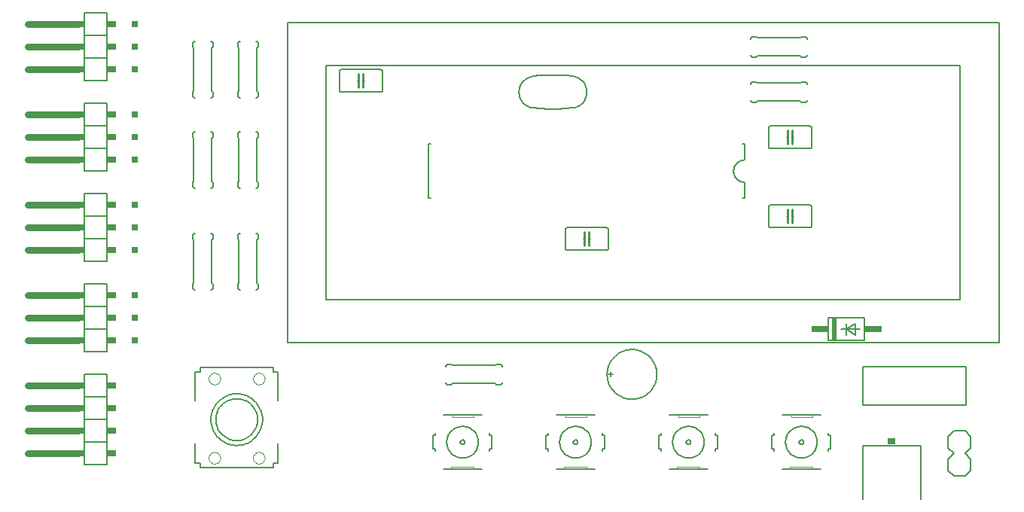
<source format=gto>
G75*
G70*
%OFA0B0*%
%FSLAX24Y24*%
%IPPOS*%
%LPD*%
%AMOC8*
5,1,8,0,0,1.08239X$1,22.5*
%
%ADD10C,0.0080*%
%ADD11C,0.0060*%
%ADD12C,0.0100*%
%ADD13C,0.0040*%
%ADD14R,0.0200X0.1000*%
%ADD15R,0.0750X0.0300*%
%ADD16R,0.0340X0.0300*%
%ADD17C,0.0020*%
%ADD18C,0.0300*%
%ADD19R,0.0200X0.0300*%
%ADD20R,0.0400X0.0300*%
%ADD21R,0.0300X0.0300*%
D10*
X012145Y009767D02*
X012145Y009984D01*
X011929Y009984D01*
X011929Y010850D01*
X012145Y009767D02*
X015374Y009767D01*
X015374Y009984D01*
X015590Y009984D01*
X015590Y010850D01*
X012835Y011893D02*
X012837Y011953D01*
X012843Y012014D01*
X012853Y012073D01*
X012867Y012132D01*
X012884Y012190D01*
X012905Y012247D01*
X012930Y012302D01*
X012959Y012355D01*
X012991Y012407D01*
X013026Y012456D01*
X013065Y012503D01*
X013106Y012547D01*
X013150Y012588D01*
X013197Y012627D01*
X013246Y012662D01*
X013297Y012694D01*
X013351Y012723D01*
X013406Y012748D01*
X013463Y012769D01*
X013521Y012786D01*
X013580Y012800D01*
X013639Y012810D01*
X013700Y012816D01*
X013760Y012818D01*
X013820Y012816D01*
X013881Y012810D01*
X013940Y012800D01*
X013999Y012786D01*
X014057Y012769D01*
X014114Y012748D01*
X014169Y012723D01*
X014222Y012694D01*
X014274Y012662D01*
X014323Y012627D01*
X014370Y012588D01*
X014414Y012547D01*
X014455Y012503D01*
X014494Y012456D01*
X014529Y012407D01*
X014561Y012356D01*
X014590Y012302D01*
X014615Y012247D01*
X014636Y012190D01*
X014653Y012132D01*
X014667Y012073D01*
X014677Y012014D01*
X014683Y011953D01*
X014685Y011893D01*
X014683Y011833D01*
X014677Y011772D01*
X014667Y011713D01*
X014653Y011654D01*
X014636Y011596D01*
X014615Y011539D01*
X014590Y011484D01*
X014561Y011431D01*
X014529Y011379D01*
X014494Y011330D01*
X014455Y011283D01*
X014414Y011239D01*
X014370Y011198D01*
X014323Y011159D01*
X014274Y011124D01*
X014223Y011092D01*
X014169Y011063D01*
X014114Y011038D01*
X014057Y011017D01*
X013999Y011000D01*
X013940Y010986D01*
X013881Y010976D01*
X013820Y010970D01*
X013760Y010968D01*
X013700Y010970D01*
X013639Y010976D01*
X013580Y010986D01*
X013521Y011000D01*
X013463Y011017D01*
X013406Y011038D01*
X013351Y011063D01*
X013298Y011092D01*
X013246Y011124D01*
X013197Y011159D01*
X013150Y011198D01*
X013106Y011239D01*
X013065Y011283D01*
X013026Y011330D01*
X012991Y011379D01*
X012959Y011430D01*
X012930Y011484D01*
X012905Y011539D01*
X012884Y011596D01*
X012867Y011654D01*
X012853Y011713D01*
X012843Y011772D01*
X012837Y011833D01*
X012835Y011893D01*
X012618Y011893D02*
X012620Y011960D01*
X012626Y012027D01*
X012636Y012093D01*
X012649Y012159D01*
X012667Y012224D01*
X012688Y012287D01*
X012713Y012349D01*
X012742Y012410D01*
X012774Y012469D01*
X012809Y012526D01*
X012848Y012580D01*
X012890Y012633D01*
X012935Y012683D01*
X012983Y012730D01*
X013033Y012774D01*
X013086Y012815D01*
X013141Y012853D01*
X013199Y012888D01*
X013258Y012919D01*
X013319Y012946D01*
X013382Y012971D01*
X013446Y012991D01*
X013511Y013007D01*
X013576Y013020D01*
X013643Y013029D01*
X013710Y013034D01*
X013777Y013035D01*
X013844Y013032D01*
X013910Y013025D01*
X013977Y013014D01*
X014042Y013000D01*
X014107Y012981D01*
X014170Y012959D01*
X014232Y012933D01*
X014292Y012904D01*
X014350Y012871D01*
X014407Y012834D01*
X014461Y012795D01*
X014512Y012752D01*
X014562Y012706D01*
X014608Y012658D01*
X014651Y012607D01*
X014692Y012553D01*
X014729Y012498D01*
X014763Y012440D01*
X014793Y012380D01*
X014820Y012318D01*
X014843Y012255D01*
X014862Y012191D01*
X014878Y012126D01*
X014890Y012060D01*
X014898Y011993D01*
X014902Y011927D01*
X014902Y011859D01*
X014898Y011793D01*
X014890Y011726D01*
X014878Y011660D01*
X014862Y011595D01*
X014843Y011531D01*
X014820Y011468D01*
X014793Y011406D01*
X014763Y011346D01*
X014729Y011288D01*
X014692Y011233D01*
X014651Y011179D01*
X014608Y011128D01*
X014562Y011080D01*
X014512Y011034D01*
X014461Y010991D01*
X014407Y010952D01*
X014350Y010915D01*
X014292Y010882D01*
X014232Y010853D01*
X014170Y010827D01*
X014107Y010805D01*
X014042Y010786D01*
X013977Y010772D01*
X013910Y010761D01*
X013844Y010754D01*
X013777Y010751D01*
X013710Y010752D01*
X013643Y010757D01*
X013576Y010766D01*
X013511Y010779D01*
X013446Y010795D01*
X013382Y010815D01*
X013319Y010840D01*
X013258Y010867D01*
X013199Y010898D01*
X013141Y010933D01*
X013086Y010971D01*
X013033Y011012D01*
X012983Y011056D01*
X012935Y011103D01*
X012890Y011153D01*
X012848Y011206D01*
X012809Y011260D01*
X012774Y011317D01*
X012742Y011376D01*
X012713Y011437D01*
X012688Y011499D01*
X012667Y011562D01*
X012649Y011627D01*
X012636Y011693D01*
X012626Y011759D01*
X012620Y011826D01*
X012618Y011893D01*
X011929Y012740D02*
X011929Y014000D01*
X012145Y014000D01*
X012145Y014216D01*
X015374Y014216D01*
X015374Y014000D01*
X015590Y014000D01*
X015590Y012740D01*
X016011Y015307D02*
X016011Y029480D01*
X047508Y029480D01*
X047508Y015307D01*
X016011Y015307D01*
X017724Y017216D02*
X017724Y027570D01*
X045795Y027570D01*
X045795Y017216D01*
X017724Y017216D01*
X022260Y021693D02*
X022360Y021693D01*
X022260Y021693D02*
X022260Y024093D01*
X022360Y024093D01*
X026860Y025693D02*
X026808Y025703D01*
X026757Y025717D01*
X026707Y025735D01*
X026659Y025756D01*
X026612Y025781D01*
X026568Y025809D01*
X026525Y025841D01*
X026485Y025875D01*
X026448Y025913D01*
X026414Y025953D01*
X026382Y025995D01*
X026354Y026040D01*
X026330Y026087D01*
X026309Y026135D01*
X026291Y026185D01*
X026278Y026236D01*
X026268Y026288D01*
X026262Y026340D01*
X026260Y026393D01*
X026262Y026446D01*
X026268Y026498D01*
X026278Y026550D01*
X026291Y026601D01*
X026309Y026651D01*
X026330Y026699D01*
X026354Y026746D01*
X026382Y026791D01*
X026414Y026833D01*
X026448Y026873D01*
X026485Y026911D01*
X026525Y026945D01*
X026568Y026977D01*
X026612Y027005D01*
X026659Y027030D01*
X026707Y027051D01*
X026757Y027069D01*
X026808Y027083D01*
X026860Y027093D01*
X028659Y027093D02*
X028711Y027083D01*
X028762Y027069D01*
X028812Y027051D01*
X028860Y027030D01*
X028907Y027005D01*
X028951Y026977D01*
X028994Y026945D01*
X029034Y026911D01*
X029071Y026873D01*
X029105Y026833D01*
X029137Y026791D01*
X029165Y026746D01*
X029189Y026699D01*
X029210Y026651D01*
X029228Y026601D01*
X029241Y026550D01*
X029251Y026498D01*
X029257Y026446D01*
X029259Y026393D01*
X029257Y026340D01*
X029251Y026288D01*
X029241Y026236D01*
X029228Y026185D01*
X029210Y026135D01*
X029189Y026087D01*
X029165Y026040D01*
X029137Y025995D01*
X029105Y025953D01*
X029071Y025913D01*
X029034Y025875D01*
X028994Y025841D01*
X028951Y025809D01*
X028907Y025781D01*
X028860Y025756D01*
X028812Y025735D01*
X028762Y025717D01*
X028711Y025703D01*
X028659Y025693D01*
X036160Y024093D02*
X036260Y024093D01*
X036260Y023393D01*
X036216Y023391D01*
X036173Y023385D01*
X036131Y023376D01*
X036089Y023363D01*
X036049Y023346D01*
X036010Y023326D01*
X035973Y023303D01*
X035939Y023276D01*
X035906Y023247D01*
X035877Y023214D01*
X035850Y023180D01*
X035827Y023143D01*
X035807Y023104D01*
X035790Y023064D01*
X035777Y023022D01*
X035768Y022980D01*
X035762Y022937D01*
X035760Y022893D01*
X035762Y022849D01*
X035768Y022806D01*
X035777Y022764D01*
X035790Y022722D01*
X035807Y022682D01*
X035827Y022643D01*
X035850Y022606D01*
X035877Y022572D01*
X035906Y022539D01*
X035939Y022510D01*
X035973Y022483D01*
X036010Y022460D01*
X036049Y022440D01*
X036089Y022423D01*
X036131Y022410D01*
X036173Y022401D01*
X036216Y022395D01*
X036260Y022393D01*
X036260Y021693D01*
X036160Y021693D01*
X028660Y027093D02*
X028301Y027125D01*
X027940Y027141D01*
X027580Y027141D01*
X027219Y027125D01*
X026860Y027093D01*
X026860Y025693D02*
X027219Y025661D01*
X027580Y025645D01*
X027940Y025645D01*
X028301Y025661D01*
X028660Y025693D01*
X041470Y014250D02*
X041470Y012537D01*
X046049Y012537D01*
X046049Y014250D01*
X041470Y014250D01*
X045260Y011143D02*
X045510Y011393D01*
X046010Y011393D01*
X046260Y011143D01*
X046260Y010643D01*
X046010Y010393D01*
X046260Y010143D01*
X046260Y009643D01*
X046010Y009393D01*
X045510Y009393D01*
X045260Y009643D01*
X045260Y010143D01*
X045510Y010393D01*
X045260Y010643D01*
X045260Y011143D01*
X044050Y010743D02*
X044050Y008383D01*
X041470Y008383D02*
X041469Y010743D01*
X044050Y010743D01*
D11*
X040060Y010593D02*
X040060Y011193D01*
X039960Y011193D01*
X039960Y011293D01*
X039960Y010593D02*
X039960Y010493D01*
X039960Y010593D02*
X040060Y010593D01*
X039610Y009693D02*
X039260Y009693D01*
X038260Y009693D01*
X037910Y009693D01*
X037560Y010493D02*
X037560Y010593D01*
X037460Y010593D01*
X037460Y011193D01*
X037560Y011193D01*
X037560Y011293D01*
X037910Y012093D02*
X038310Y012093D01*
X039260Y012093D01*
X039610Y012093D01*
X038660Y010893D02*
X038662Y010913D01*
X038668Y010931D01*
X038677Y010949D01*
X038689Y010964D01*
X038704Y010976D01*
X038722Y010985D01*
X038740Y010991D01*
X038760Y010993D01*
X038780Y010991D01*
X038798Y010985D01*
X038816Y010976D01*
X038831Y010964D01*
X038843Y010949D01*
X038852Y010931D01*
X038858Y010913D01*
X038860Y010893D01*
X038858Y010873D01*
X038852Y010855D01*
X038843Y010837D01*
X038831Y010822D01*
X038816Y010810D01*
X038798Y010801D01*
X038780Y010795D01*
X038760Y010793D01*
X038740Y010795D01*
X038722Y010801D01*
X038704Y010810D01*
X038689Y010822D01*
X038677Y010837D01*
X038668Y010855D01*
X038662Y010873D01*
X038660Y010893D01*
X038060Y010893D02*
X038062Y010945D01*
X038068Y010997D01*
X038078Y011049D01*
X038091Y011099D01*
X038108Y011149D01*
X038129Y011197D01*
X038154Y011243D01*
X038182Y011287D01*
X038213Y011329D01*
X038247Y011369D01*
X038284Y011406D01*
X038324Y011440D01*
X038366Y011471D01*
X038410Y011499D01*
X038456Y011524D01*
X038504Y011545D01*
X038554Y011562D01*
X038604Y011575D01*
X038656Y011585D01*
X038708Y011591D01*
X038760Y011593D01*
X038812Y011591D01*
X038864Y011585D01*
X038916Y011575D01*
X038966Y011562D01*
X039016Y011545D01*
X039064Y011524D01*
X039110Y011499D01*
X039154Y011471D01*
X039196Y011440D01*
X039236Y011406D01*
X039273Y011369D01*
X039307Y011329D01*
X039338Y011287D01*
X039366Y011243D01*
X039391Y011197D01*
X039412Y011149D01*
X039429Y011099D01*
X039442Y011049D01*
X039452Y010997D01*
X039458Y010945D01*
X039460Y010893D01*
X039458Y010841D01*
X039452Y010789D01*
X039442Y010737D01*
X039429Y010687D01*
X039412Y010637D01*
X039391Y010589D01*
X039366Y010543D01*
X039338Y010499D01*
X039307Y010457D01*
X039273Y010417D01*
X039236Y010380D01*
X039196Y010346D01*
X039154Y010315D01*
X039110Y010287D01*
X039064Y010262D01*
X039016Y010241D01*
X038966Y010224D01*
X038916Y010211D01*
X038864Y010201D01*
X038812Y010195D01*
X038760Y010193D01*
X038708Y010195D01*
X038656Y010201D01*
X038604Y010211D01*
X038554Y010224D01*
X038504Y010241D01*
X038456Y010262D01*
X038410Y010287D01*
X038366Y010315D01*
X038324Y010346D01*
X038284Y010380D01*
X038247Y010417D01*
X038213Y010457D01*
X038182Y010499D01*
X038154Y010543D01*
X038129Y010589D01*
X038108Y010637D01*
X038091Y010687D01*
X038078Y010737D01*
X038068Y010789D01*
X038062Y010841D01*
X038060Y010893D01*
X035060Y010593D02*
X035060Y011193D01*
X034960Y011193D01*
X034960Y011293D01*
X034960Y010593D02*
X034960Y010493D01*
X034960Y010593D02*
X035060Y010593D01*
X034610Y009693D02*
X034260Y009693D01*
X033260Y009693D01*
X032910Y009693D01*
X032560Y010493D02*
X032560Y010593D01*
X032460Y010593D01*
X032460Y011193D01*
X032560Y011193D01*
X032560Y011293D01*
X032910Y012093D02*
X033310Y012093D01*
X034260Y012093D01*
X034610Y012093D01*
X033660Y010893D02*
X033662Y010913D01*
X033668Y010931D01*
X033677Y010949D01*
X033689Y010964D01*
X033704Y010976D01*
X033722Y010985D01*
X033740Y010991D01*
X033760Y010993D01*
X033780Y010991D01*
X033798Y010985D01*
X033816Y010976D01*
X033831Y010964D01*
X033843Y010949D01*
X033852Y010931D01*
X033858Y010913D01*
X033860Y010893D01*
X033858Y010873D01*
X033852Y010855D01*
X033843Y010837D01*
X033831Y010822D01*
X033816Y010810D01*
X033798Y010801D01*
X033780Y010795D01*
X033760Y010793D01*
X033740Y010795D01*
X033722Y010801D01*
X033704Y010810D01*
X033689Y010822D01*
X033677Y010837D01*
X033668Y010855D01*
X033662Y010873D01*
X033660Y010893D01*
X033060Y010893D02*
X033062Y010945D01*
X033068Y010997D01*
X033078Y011049D01*
X033091Y011099D01*
X033108Y011149D01*
X033129Y011197D01*
X033154Y011243D01*
X033182Y011287D01*
X033213Y011329D01*
X033247Y011369D01*
X033284Y011406D01*
X033324Y011440D01*
X033366Y011471D01*
X033410Y011499D01*
X033456Y011524D01*
X033504Y011545D01*
X033554Y011562D01*
X033604Y011575D01*
X033656Y011585D01*
X033708Y011591D01*
X033760Y011593D01*
X033812Y011591D01*
X033864Y011585D01*
X033916Y011575D01*
X033966Y011562D01*
X034016Y011545D01*
X034064Y011524D01*
X034110Y011499D01*
X034154Y011471D01*
X034196Y011440D01*
X034236Y011406D01*
X034273Y011369D01*
X034307Y011329D01*
X034338Y011287D01*
X034366Y011243D01*
X034391Y011197D01*
X034412Y011149D01*
X034429Y011099D01*
X034442Y011049D01*
X034452Y010997D01*
X034458Y010945D01*
X034460Y010893D01*
X034458Y010841D01*
X034452Y010789D01*
X034442Y010737D01*
X034429Y010687D01*
X034412Y010637D01*
X034391Y010589D01*
X034366Y010543D01*
X034338Y010499D01*
X034307Y010457D01*
X034273Y010417D01*
X034236Y010380D01*
X034196Y010346D01*
X034154Y010315D01*
X034110Y010287D01*
X034064Y010262D01*
X034016Y010241D01*
X033966Y010224D01*
X033916Y010211D01*
X033864Y010201D01*
X033812Y010195D01*
X033760Y010193D01*
X033708Y010195D01*
X033656Y010201D01*
X033604Y010211D01*
X033554Y010224D01*
X033504Y010241D01*
X033456Y010262D01*
X033410Y010287D01*
X033366Y010315D01*
X033324Y010346D01*
X033284Y010380D01*
X033247Y010417D01*
X033213Y010457D01*
X033182Y010499D01*
X033154Y010543D01*
X033129Y010589D01*
X033108Y010637D01*
X033091Y010687D01*
X033078Y010737D01*
X033068Y010789D01*
X033062Y010841D01*
X033060Y010893D01*
X030060Y010593D02*
X030060Y011193D01*
X029960Y011193D01*
X029960Y011293D01*
X029960Y010593D02*
X029960Y010493D01*
X029960Y010593D02*
X030060Y010593D01*
X028660Y010893D02*
X028662Y010913D01*
X028668Y010931D01*
X028677Y010949D01*
X028689Y010964D01*
X028704Y010976D01*
X028722Y010985D01*
X028740Y010991D01*
X028760Y010993D01*
X028780Y010991D01*
X028798Y010985D01*
X028816Y010976D01*
X028831Y010964D01*
X028843Y010949D01*
X028852Y010931D01*
X028858Y010913D01*
X028860Y010893D01*
X028858Y010873D01*
X028852Y010855D01*
X028843Y010837D01*
X028831Y010822D01*
X028816Y010810D01*
X028798Y010801D01*
X028780Y010795D01*
X028760Y010793D01*
X028740Y010795D01*
X028722Y010801D01*
X028704Y010810D01*
X028689Y010822D01*
X028677Y010837D01*
X028668Y010855D01*
X028662Y010873D01*
X028660Y010893D01*
X028060Y010893D02*
X028062Y010945D01*
X028068Y010997D01*
X028078Y011049D01*
X028091Y011099D01*
X028108Y011149D01*
X028129Y011197D01*
X028154Y011243D01*
X028182Y011287D01*
X028213Y011329D01*
X028247Y011369D01*
X028284Y011406D01*
X028324Y011440D01*
X028366Y011471D01*
X028410Y011499D01*
X028456Y011524D01*
X028504Y011545D01*
X028554Y011562D01*
X028604Y011575D01*
X028656Y011585D01*
X028708Y011591D01*
X028760Y011593D01*
X028812Y011591D01*
X028864Y011585D01*
X028916Y011575D01*
X028966Y011562D01*
X029016Y011545D01*
X029064Y011524D01*
X029110Y011499D01*
X029154Y011471D01*
X029196Y011440D01*
X029236Y011406D01*
X029273Y011369D01*
X029307Y011329D01*
X029338Y011287D01*
X029366Y011243D01*
X029391Y011197D01*
X029412Y011149D01*
X029429Y011099D01*
X029442Y011049D01*
X029452Y010997D01*
X029458Y010945D01*
X029460Y010893D01*
X029458Y010841D01*
X029452Y010789D01*
X029442Y010737D01*
X029429Y010687D01*
X029412Y010637D01*
X029391Y010589D01*
X029366Y010543D01*
X029338Y010499D01*
X029307Y010457D01*
X029273Y010417D01*
X029236Y010380D01*
X029196Y010346D01*
X029154Y010315D01*
X029110Y010287D01*
X029064Y010262D01*
X029016Y010241D01*
X028966Y010224D01*
X028916Y010211D01*
X028864Y010201D01*
X028812Y010195D01*
X028760Y010193D01*
X028708Y010195D01*
X028656Y010201D01*
X028604Y010211D01*
X028554Y010224D01*
X028504Y010241D01*
X028456Y010262D01*
X028410Y010287D01*
X028366Y010315D01*
X028324Y010346D01*
X028284Y010380D01*
X028247Y010417D01*
X028213Y010457D01*
X028182Y010499D01*
X028154Y010543D01*
X028129Y010589D01*
X028108Y010637D01*
X028091Y010687D01*
X028078Y010737D01*
X028068Y010789D01*
X028062Y010841D01*
X028060Y010893D01*
X027560Y010593D02*
X027560Y010493D01*
X027560Y010593D02*
X027460Y010593D01*
X027460Y011193D01*
X027560Y011193D01*
X027560Y011293D01*
X027910Y012093D02*
X028310Y012093D01*
X029260Y012093D01*
X029610Y012093D01*
X030310Y013793D02*
X030310Y013993D01*
X030410Y013893D02*
X030210Y013893D01*
X030160Y013893D02*
X030162Y013959D01*
X030168Y014024D01*
X030178Y014089D01*
X030191Y014154D01*
X030209Y014217D01*
X030230Y014280D01*
X030255Y014340D01*
X030284Y014400D01*
X030316Y014457D01*
X030351Y014513D01*
X030390Y014566D01*
X030432Y014617D01*
X030476Y014665D01*
X030524Y014710D01*
X030574Y014753D01*
X030627Y014792D01*
X030682Y014829D01*
X030739Y014862D01*
X030798Y014891D01*
X030858Y014917D01*
X030920Y014939D01*
X030983Y014958D01*
X031047Y014972D01*
X031112Y014983D01*
X031178Y014990D01*
X031244Y014993D01*
X031309Y014992D01*
X031375Y014987D01*
X031440Y014978D01*
X031505Y014965D01*
X031568Y014949D01*
X031631Y014929D01*
X031692Y014904D01*
X031752Y014877D01*
X031810Y014846D01*
X031866Y014811D01*
X031920Y014773D01*
X031971Y014732D01*
X032020Y014688D01*
X032066Y014641D01*
X032110Y014592D01*
X032150Y014540D01*
X032187Y014485D01*
X032221Y014429D01*
X032251Y014370D01*
X032278Y014310D01*
X032301Y014249D01*
X032320Y014186D01*
X032336Y014122D01*
X032348Y014057D01*
X032356Y013992D01*
X032360Y013926D01*
X032360Y013860D01*
X032356Y013794D01*
X032348Y013729D01*
X032336Y013664D01*
X032320Y013600D01*
X032301Y013537D01*
X032278Y013476D01*
X032251Y013416D01*
X032221Y013357D01*
X032187Y013301D01*
X032150Y013246D01*
X032110Y013194D01*
X032066Y013145D01*
X032020Y013098D01*
X031971Y013054D01*
X031920Y013013D01*
X031866Y012975D01*
X031810Y012940D01*
X031752Y012909D01*
X031692Y012882D01*
X031631Y012857D01*
X031568Y012837D01*
X031505Y012821D01*
X031440Y012808D01*
X031375Y012799D01*
X031309Y012794D01*
X031244Y012793D01*
X031178Y012796D01*
X031112Y012803D01*
X031047Y012814D01*
X030983Y012828D01*
X030920Y012847D01*
X030858Y012869D01*
X030798Y012895D01*
X030739Y012924D01*
X030682Y012957D01*
X030627Y012994D01*
X030574Y013033D01*
X030524Y013076D01*
X030476Y013121D01*
X030432Y013169D01*
X030390Y013220D01*
X030351Y013273D01*
X030316Y013329D01*
X030284Y013386D01*
X030255Y013446D01*
X030230Y013506D01*
X030209Y013569D01*
X030191Y013632D01*
X030178Y013697D01*
X030168Y013762D01*
X030162Y013827D01*
X030160Y013893D01*
X025510Y013543D02*
X025508Y013526D01*
X025504Y013509D01*
X025497Y013493D01*
X025487Y013479D01*
X025474Y013466D01*
X025460Y013456D01*
X025444Y013449D01*
X025427Y013445D01*
X025410Y013443D01*
X025260Y013443D01*
X025210Y013493D01*
X023310Y013493D01*
X023260Y013443D01*
X023110Y013443D01*
X023093Y013445D01*
X023076Y013449D01*
X023060Y013456D01*
X023046Y013466D01*
X023033Y013479D01*
X023023Y013493D01*
X023016Y013509D01*
X023012Y013526D01*
X023010Y013543D01*
X023010Y014243D02*
X023012Y014260D01*
X023016Y014277D01*
X023023Y014293D01*
X023033Y014307D01*
X023046Y014320D01*
X023060Y014330D01*
X023076Y014337D01*
X023093Y014341D01*
X023110Y014343D01*
X023260Y014343D01*
X023310Y014293D01*
X025210Y014293D01*
X025260Y014343D01*
X025410Y014343D01*
X025427Y014341D01*
X025444Y014337D01*
X025460Y014330D01*
X025474Y014320D01*
X025487Y014307D01*
X025497Y014293D01*
X025504Y014277D01*
X025508Y014260D01*
X025510Y014243D01*
X024610Y012093D02*
X024260Y012093D01*
X023310Y012093D01*
X022910Y012093D01*
X022560Y011293D02*
X022560Y011193D01*
X022460Y011193D01*
X022460Y010593D01*
X022560Y010593D01*
X022560Y010493D01*
X022910Y009693D02*
X023260Y009693D01*
X024260Y009693D01*
X024610Y009693D01*
X024960Y010493D02*
X024960Y010593D01*
X025060Y010593D01*
X025060Y011193D01*
X024960Y011193D01*
X024960Y011293D01*
X023660Y010893D02*
X023662Y010913D01*
X023668Y010931D01*
X023677Y010949D01*
X023689Y010964D01*
X023704Y010976D01*
X023722Y010985D01*
X023740Y010991D01*
X023760Y010993D01*
X023780Y010991D01*
X023798Y010985D01*
X023816Y010976D01*
X023831Y010964D01*
X023843Y010949D01*
X023852Y010931D01*
X023858Y010913D01*
X023860Y010893D01*
X023858Y010873D01*
X023852Y010855D01*
X023843Y010837D01*
X023831Y010822D01*
X023816Y010810D01*
X023798Y010801D01*
X023780Y010795D01*
X023760Y010793D01*
X023740Y010795D01*
X023722Y010801D01*
X023704Y010810D01*
X023689Y010822D01*
X023677Y010837D01*
X023668Y010855D01*
X023662Y010873D01*
X023660Y010893D01*
X023060Y010893D02*
X023062Y010945D01*
X023068Y010997D01*
X023078Y011049D01*
X023091Y011099D01*
X023108Y011149D01*
X023129Y011197D01*
X023154Y011243D01*
X023182Y011287D01*
X023213Y011329D01*
X023247Y011369D01*
X023284Y011406D01*
X023324Y011440D01*
X023366Y011471D01*
X023410Y011499D01*
X023456Y011524D01*
X023504Y011545D01*
X023554Y011562D01*
X023604Y011575D01*
X023656Y011585D01*
X023708Y011591D01*
X023760Y011593D01*
X023812Y011591D01*
X023864Y011585D01*
X023916Y011575D01*
X023966Y011562D01*
X024016Y011545D01*
X024064Y011524D01*
X024110Y011499D01*
X024154Y011471D01*
X024196Y011440D01*
X024236Y011406D01*
X024273Y011369D01*
X024307Y011329D01*
X024338Y011287D01*
X024366Y011243D01*
X024391Y011197D01*
X024412Y011149D01*
X024429Y011099D01*
X024442Y011049D01*
X024452Y010997D01*
X024458Y010945D01*
X024460Y010893D01*
X024458Y010841D01*
X024452Y010789D01*
X024442Y010737D01*
X024429Y010687D01*
X024412Y010637D01*
X024391Y010589D01*
X024366Y010543D01*
X024338Y010499D01*
X024307Y010457D01*
X024273Y010417D01*
X024236Y010380D01*
X024196Y010346D01*
X024154Y010315D01*
X024110Y010287D01*
X024064Y010262D01*
X024016Y010241D01*
X023966Y010224D01*
X023916Y010211D01*
X023864Y010201D01*
X023812Y010195D01*
X023760Y010193D01*
X023708Y010195D01*
X023656Y010201D01*
X023604Y010211D01*
X023554Y010224D01*
X023504Y010241D01*
X023456Y010262D01*
X023410Y010287D01*
X023366Y010315D01*
X023324Y010346D01*
X023284Y010380D01*
X023247Y010417D01*
X023213Y010457D01*
X023182Y010499D01*
X023154Y010543D01*
X023129Y010589D01*
X023108Y010637D01*
X023091Y010687D01*
X023078Y010737D01*
X023068Y010789D01*
X023062Y010841D01*
X023060Y010893D01*
X027910Y009693D02*
X028260Y009693D01*
X029260Y009693D01*
X029610Y009693D01*
X039960Y015393D02*
X039960Y016393D01*
X041560Y016393D01*
X041560Y015393D01*
X039960Y015393D01*
X040510Y015893D02*
X040760Y015893D01*
X040760Y015643D01*
X040760Y015893D02*
X040760Y016143D01*
X040760Y015893D02*
X041160Y016143D01*
X041160Y015643D01*
X040760Y015893D01*
X041360Y015893D01*
X039110Y020393D02*
X037410Y020393D01*
X037393Y020395D01*
X037376Y020399D01*
X037360Y020406D01*
X037346Y020416D01*
X037333Y020429D01*
X037323Y020443D01*
X037316Y020459D01*
X037312Y020476D01*
X037310Y020493D01*
X037310Y021293D01*
X037312Y021310D01*
X037316Y021327D01*
X037323Y021343D01*
X037333Y021357D01*
X037346Y021370D01*
X037360Y021380D01*
X037376Y021387D01*
X037393Y021391D01*
X037410Y021393D01*
X039110Y021393D01*
X039127Y021391D01*
X039144Y021387D01*
X039160Y021380D01*
X039174Y021370D01*
X039187Y021357D01*
X039197Y021343D01*
X039204Y021327D01*
X039208Y021310D01*
X039210Y021293D01*
X039210Y020493D01*
X039208Y020476D01*
X039204Y020459D01*
X039197Y020443D01*
X039187Y020429D01*
X039174Y020416D01*
X039160Y020406D01*
X039144Y020399D01*
X039127Y020395D01*
X039110Y020393D01*
X038410Y020893D02*
X038360Y020893D01*
X038160Y020893D02*
X038110Y020893D01*
X037410Y023893D02*
X039110Y023893D01*
X039127Y023895D01*
X039144Y023899D01*
X039160Y023906D01*
X039174Y023916D01*
X039187Y023929D01*
X039197Y023943D01*
X039204Y023959D01*
X039208Y023976D01*
X039210Y023993D01*
X039210Y024793D01*
X039208Y024810D01*
X039204Y024827D01*
X039197Y024843D01*
X039187Y024857D01*
X039174Y024870D01*
X039160Y024880D01*
X039144Y024887D01*
X039127Y024891D01*
X039110Y024893D01*
X037410Y024893D01*
X037393Y024891D01*
X037376Y024887D01*
X037360Y024880D01*
X037346Y024870D01*
X037333Y024857D01*
X037323Y024843D01*
X037316Y024827D01*
X037312Y024810D01*
X037310Y024793D01*
X037310Y023993D01*
X037312Y023976D01*
X037316Y023959D01*
X037323Y023943D01*
X037333Y023929D01*
X037346Y023916D01*
X037360Y023906D01*
X037376Y023899D01*
X037393Y023895D01*
X037410Y023893D01*
X038110Y024393D02*
X038160Y024393D01*
X038360Y024393D02*
X038410Y024393D01*
X038760Y025943D02*
X038910Y025943D01*
X038927Y025945D01*
X038944Y025949D01*
X038960Y025956D01*
X038974Y025966D01*
X038987Y025979D01*
X038997Y025993D01*
X039004Y026009D01*
X039008Y026026D01*
X039010Y026043D01*
X038760Y025943D02*
X038710Y025993D01*
X036810Y025993D01*
X036760Y025943D01*
X036610Y025943D01*
X036593Y025945D01*
X036576Y025949D01*
X036560Y025956D01*
X036546Y025966D01*
X036533Y025979D01*
X036523Y025993D01*
X036516Y026009D01*
X036512Y026026D01*
X036510Y026043D01*
X036510Y026743D02*
X036512Y026760D01*
X036516Y026777D01*
X036523Y026793D01*
X036533Y026807D01*
X036546Y026820D01*
X036560Y026830D01*
X036576Y026837D01*
X036593Y026841D01*
X036610Y026843D01*
X036760Y026843D01*
X036810Y026793D01*
X038710Y026793D01*
X038760Y026843D01*
X038910Y026843D01*
X038927Y026841D01*
X038944Y026837D01*
X038960Y026830D01*
X038974Y026820D01*
X038987Y026807D01*
X038997Y026793D01*
X039004Y026777D01*
X039008Y026760D01*
X039010Y026743D01*
X038910Y027943D02*
X038760Y027943D01*
X038710Y027993D01*
X036810Y027993D01*
X036760Y027943D01*
X036610Y027943D01*
X036593Y027945D01*
X036576Y027949D01*
X036560Y027956D01*
X036546Y027966D01*
X036533Y027979D01*
X036523Y027993D01*
X036516Y028009D01*
X036512Y028026D01*
X036510Y028043D01*
X036510Y028743D02*
X036512Y028760D01*
X036516Y028777D01*
X036523Y028793D01*
X036533Y028807D01*
X036546Y028820D01*
X036560Y028830D01*
X036576Y028837D01*
X036593Y028841D01*
X036610Y028843D01*
X036760Y028843D01*
X036810Y028793D01*
X038710Y028793D01*
X038760Y028843D01*
X038910Y028843D01*
X038927Y028841D01*
X038944Y028837D01*
X038960Y028830D01*
X038974Y028820D01*
X038987Y028807D01*
X038997Y028793D01*
X039004Y028777D01*
X039008Y028760D01*
X039010Y028743D01*
X039010Y028043D02*
X039008Y028026D01*
X039004Y028009D01*
X038997Y027993D01*
X038987Y027979D01*
X038974Y027966D01*
X038960Y027956D01*
X038944Y027949D01*
X038927Y027945D01*
X038910Y027943D01*
X030110Y020393D02*
X028410Y020393D01*
X028393Y020391D01*
X028376Y020387D01*
X028360Y020380D01*
X028346Y020370D01*
X028333Y020357D01*
X028323Y020343D01*
X028316Y020327D01*
X028312Y020310D01*
X028310Y020293D01*
X028310Y019493D01*
X028312Y019476D01*
X028316Y019459D01*
X028323Y019443D01*
X028333Y019429D01*
X028346Y019416D01*
X028360Y019406D01*
X028376Y019399D01*
X028393Y019395D01*
X028410Y019393D01*
X030110Y019393D01*
X030127Y019395D01*
X030144Y019399D01*
X030160Y019406D01*
X030174Y019416D01*
X030187Y019429D01*
X030197Y019443D01*
X030204Y019459D01*
X030208Y019476D01*
X030210Y019493D01*
X030210Y020293D01*
X030208Y020310D01*
X030204Y020327D01*
X030197Y020343D01*
X030187Y020357D01*
X030174Y020370D01*
X030160Y020380D01*
X030144Y020387D01*
X030127Y020391D01*
X030110Y020393D01*
X029410Y019893D02*
X029360Y019893D01*
X029160Y019893D02*
X029110Y019893D01*
X020210Y026493D02*
X020210Y027293D01*
X020208Y027310D01*
X020204Y027327D01*
X020197Y027343D01*
X020187Y027357D01*
X020174Y027370D01*
X020160Y027380D01*
X020144Y027387D01*
X020127Y027391D01*
X020110Y027393D01*
X018410Y027393D01*
X018393Y027391D01*
X018376Y027387D01*
X018360Y027380D01*
X018346Y027370D01*
X018333Y027357D01*
X018323Y027343D01*
X018316Y027327D01*
X018312Y027310D01*
X018310Y027293D01*
X018310Y026493D01*
X018312Y026476D01*
X018316Y026459D01*
X018323Y026443D01*
X018333Y026429D01*
X018346Y026416D01*
X018360Y026406D01*
X018376Y026399D01*
X018393Y026395D01*
X018410Y026393D01*
X020110Y026393D01*
X020127Y026395D01*
X020144Y026399D01*
X020160Y026406D01*
X020174Y026416D01*
X020187Y026429D01*
X020197Y026443D01*
X020204Y026459D01*
X020208Y026476D01*
X020210Y026493D01*
X019410Y026893D02*
X019360Y026893D01*
X019160Y026893D02*
X019110Y026893D01*
X014710Y026393D02*
X014660Y026443D01*
X014660Y028343D01*
X014710Y028393D01*
X014710Y028543D01*
X014708Y028560D01*
X014704Y028577D01*
X014697Y028593D01*
X014687Y028607D01*
X014674Y028620D01*
X014660Y028630D01*
X014644Y028637D01*
X014627Y028641D01*
X014610Y028643D01*
X013910Y028643D02*
X013893Y028641D01*
X013876Y028637D01*
X013860Y028630D01*
X013846Y028620D01*
X013833Y028607D01*
X013823Y028593D01*
X013816Y028577D01*
X013812Y028560D01*
X013810Y028543D01*
X013810Y028393D01*
X013860Y028343D01*
X013860Y026443D01*
X013810Y026393D01*
X013810Y026243D01*
X013812Y026226D01*
X013816Y026209D01*
X013823Y026193D01*
X013833Y026179D01*
X013846Y026166D01*
X013860Y026156D01*
X013876Y026149D01*
X013893Y026145D01*
X013910Y026143D01*
X014610Y026143D02*
X014627Y026145D01*
X014644Y026149D01*
X014660Y026156D01*
X014674Y026166D01*
X014687Y026179D01*
X014697Y026193D01*
X014704Y026209D01*
X014708Y026226D01*
X014710Y026243D01*
X014710Y026393D01*
X012710Y026393D02*
X012710Y026243D01*
X012708Y026226D01*
X012704Y026209D01*
X012697Y026193D01*
X012687Y026179D01*
X012674Y026166D01*
X012660Y026156D01*
X012644Y026149D01*
X012627Y026145D01*
X012610Y026143D01*
X012710Y026393D02*
X012660Y026443D01*
X012660Y028343D01*
X012710Y028393D01*
X012710Y028543D01*
X012708Y028560D01*
X012704Y028577D01*
X012697Y028593D01*
X012687Y028607D01*
X012674Y028620D01*
X012660Y028630D01*
X012644Y028637D01*
X012627Y028641D01*
X012610Y028643D01*
X011910Y028643D02*
X011893Y028641D01*
X011876Y028637D01*
X011860Y028630D01*
X011846Y028620D01*
X011833Y028607D01*
X011823Y028593D01*
X011816Y028577D01*
X011812Y028560D01*
X011810Y028543D01*
X011810Y028393D01*
X011860Y028343D01*
X011860Y026443D01*
X011810Y026393D01*
X011810Y026243D01*
X011812Y026226D01*
X011816Y026209D01*
X011823Y026193D01*
X011833Y026179D01*
X011846Y026166D01*
X011860Y026156D01*
X011876Y026149D01*
X011893Y026145D01*
X011910Y026143D01*
X011910Y024643D02*
X011893Y024641D01*
X011876Y024637D01*
X011860Y024630D01*
X011846Y024620D01*
X011833Y024607D01*
X011823Y024593D01*
X011816Y024577D01*
X011812Y024560D01*
X011810Y024543D01*
X011810Y024393D01*
X011860Y024343D01*
X011860Y022443D01*
X011810Y022393D01*
X011810Y022243D01*
X011812Y022226D01*
X011816Y022209D01*
X011823Y022193D01*
X011833Y022179D01*
X011846Y022166D01*
X011860Y022156D01*
X011876Y022149D01*
X011893Y022145D01*
X011910Y022143D01*
X012610Y022143D02*
X012627Y022145D01*
X012644Y022149D01*
X012660Y022156D01*
X012674Y022166D01*
X012687Y022179D01*
X012697Y022193D01*
X012704Y022209D01*
X012708Y022226D01*
X012710Y022243D01*
X012710Y022393D01*
X012660Y022443D01*
X012660Y024343D01*
X012710Y024393D01*
X012710Y024543D01*
X012708Y024560D01*
X012704Y024577D01*
X012697Y024593D01*
X012687Y024607D01*
X012674Y024620D01*
X012660Y024630D01*
X012644Y024637D01*
X012627Y024641D01*
X012610Y024643D01*
X013810Y024543D02*
X013810Y024393D01*
X013860Y024343D01*
X013860Y022443D01*
X013810Y022393D01*
X013810Y022243D01*
X013812Y022226D01*
X013816Y022209D01*
X013823Y022193D01*
X013833Y022179D01*
X013846Y022166D01*
X013860Y022156D01*
X013876Y022149D01*
X013893Y022145D01*
X013910Y022143D01*
X014610Y022143D02*
X014627Y022145D01*
X014644Y022149D01*
X014660Y022156D01*
X014674Y022166D01*
X014687Y022179D01*
X014697Y022193D01*
X014704Y022209D01*
X014708Y022226D01*
X014710Y022243D01*
X014710Y022393D01*
X014660Y022443D01*
X014660Y024343D01*
X014710Y024393D01*
X014710Y024543D01*
X014708Y024560D01*
X014704Y024577D01*
X014697Y024593D01*
X014687Y024607D01*
X014674Y024620D01*
X014660Y024630D01*
X014644Y024637D01*
X014627Y024641D01*
X014610Y024643D01*
X013910Y024643D02*
X013893Y024641D01*
X013876Y024637D01*
X013860Y024630D01*
X013846Y024620D01*
X013833Y024607D01*
X013823Y024593D01*
X013816Y024577D01*
X013812Y024560D01*
X013810Y024543D01*
X013810Y020043D02*
X013810Y019893D01*
X013860Y019843D01*
X013860Y017943D01*
X013810Y017893D01*
X013810Y017743D01*
X013812Y017726D01*
X013816Y017709D01*
X013823Y017693D01*
X013833Y017679D01*
X013846Y017666D01*
X013860Y017656D01*
X013876Y017649D01*
X013893Y017645D01*
X013910Y017643D01*
X014610Y017643D02*
X014627Y017645D01*
X014644Y017649D01*
X014660Y017656D01*
X014674Y017666D01*
X014687Y017679D01*
X014697Y017693D01*
X014704Y017709D01*
X014708Y017726D01*
X014710Y017743D01*
X014710Y017893D01*
X014660Y017943D01*
X014660Y019843D01*
X014710Y019893D01*
X014710Y020043D01*
X014708Y020060D01*
X014704Y020077D01*
X014697Y020093D01*
X014687Y020107D01*
X014674Y020120D01*
X014660Y020130D01*
X014644Y020137D01*
X014627Y020141D01*
X014610Y020143D01*
X013910Y020143D02*
X013893Y020141D01*
X013876Y020137D01*
X013860Y020130D01*
X013846Y020120D01*
X013833Y020107D01*
X013823Y020093D01*
X013816Y020077D01*
X013812Y020060D01*
X013810Y020043D01*
X012710Y020043D02*
X012710Y019893D01*
X012660Y019843D01*
X012660Y017943D01*
X012710Y017893D01*
X012710Y017743D01*
X012708Y017726D01*
X012704Y017709D01*
X012697Y017693D01*
X012687Y017679D01*
X012674Y017666D01*
X012660Y017656D01*
X012644Y017649D01*
X012627Y017645D01*
X012610Y017643D01*
X011910Y017643D02*
X011893Y017645D01*
X011876Y017649D01*
X011860Y017656D01*
X011846Y017666D01*
X011833Y017679D01*
X011823Y017693D01*
X011816Y017709D01*
X011812Y017726D01*
X011810Y017743D01*
X011810Y017893D01*
X011860Y017943D01*
X011860Y019843D01*
X011810Y019893D01*
X011810Y020043D01*
X011812Y020060D01*
X011816Y020077D01*
X011823Y020093D01*
X011833Y020107D01*
X011846Y020120D01*
X011860Y020130D01*
X011876Y020137D01*
X011893Y020141D01*
X011910Y020143D01*
X012610Y020143D02*
X012627Y020141D01*
X012644Y020137D01*
X012660Y020130D01*
X012674Y020120D01*
X012687Y020107D01*
X012697Y020093D01*
X012704Y020077D01*
X012708Y020060D01*
X012710Y020043D01*
X008010Y019893D02*
X008010Y018893D01*
X007010Y018893D01*
X007010Y019893D01*
X007010Y020893D01*
X007010Y021893D01*
X008010Y021893D01*
X008010Y020893D01*
X007010Y020893D01*
X008010Y020893D02*
X008010Y019893D01*
X007010Y019893D01*
X007010Y017893D02*
X007010Y016893D01*
X007010Y015893D01*
X007010Y014893D01*
X008010Y014893D01*
X008010Y015893D01*
X008010Y016893D01*
X008010Y017893D01*
X007010Y017893D01*
X007010Y016893D02*
X008010Y016893D01*
X008010Y015893D02*
X007010Y015893D01*
X007010Y013893D02*
X007010Y012893D01*
X007010Y011893D01*
X007010Y010893D01*
X007010Y009893D01*
X008010Y009893D01*
X008010Y010893D01*
X008010Y011893D01*
X008010Y012893D01*
X008010Y013893D01*
X007010Y013893D01*
X007010Y012893D02*
X008010Y012893D01*
X008010Y011893D02*
X007010Y011893D01*
X007010Y010893D02*
X008010Y010893D01*
X008010Y022893D02*
X007010Y022893D01*
X007010Y023893D01*
X007010Y024893D01*
X007010Y025893D01*
X008010Y025893D01*
X008010Y024893D01*
X007010Y024893D01*
X008010Y024893D02*
X008010Y023893D01*
X007010Y023893D01*
X008010Y023893D02*
X008010Y022893D01*
X008010Y026893D02*
X007010Y026893D01*
X007010Y027893D01*
X007010Y028893D01*
X007010Y029893D01*
X008010Y029893D01*
X008010Y028893D01*
X007010Y028893D01*
X008010Y028893D02*
X008010Y027893D01*
X007010Y027893D01*
X008010Y027893D02*
X008010Y026893D01*
D12*
X019160Y026893D02*
X019160Y026593D01*
X019360Y026593D02*
X019360Y026893D01*
X019360Y027193D01*
X019160Y027193D02*
X019160Y026893D01*
X029160Y020193D02*
X029160Y019893D01*
X029160Y019593D01*
X029360Y019593D02*
X029360Y019893D01*
X029360Y020193D01*
X038160Y020593D02*
X038160Y020893D01*
X038160Y021193D01*
X038360Y021193D02*
X038360Y020893D01*
X038360Y020593D01*
X038360Y024093D02*
X038360Y024393D01*
X038360Y024693D01*
X038160Y024693D02*
X038160Y024393D01*
X038160Y024093D01*
D13*
X014488Y013704D02*
X014490Y013735D01*
X014496Y013766D01*
X014505Y013796D01*
X014518Y013825D01*
X014535Y013852D01*
X014555Y013876D01*
X014577Y013898D01*
X014603Y013917D01*
X014630Y013933D01*
X014659Y013945D01*
X014689Y013954D01*
X014720Y013959D01*
X014752Y013960D01*
X014783Y013957D01*
X014814Y013950D01*
X014844Y013940D01*
X014872Y013926D01*
X014898Y013908D01*
X014922Y013888D01*
X014943Y013864D01*
X014962Y013839D01*
X014977Y013811D01*
X014988Y013782D01*
X014996Y013751D01*
X015000Y013720D01*
X015000Y013688D01*
X014996Y013657D01*
X014988Y013626D01*
X014977Y013597D01*
X014962Y013569D01*
X014943Y013544D01*
X014922Y013520D01*
X014898Y013500D01*
X014872Y013482D01*
X014844Y013468D01*
X014814Y013458D01*
X014783Y013451D01*
X014752Y013448D01*
X014720Y013449D01*
X014689Y013454D01*
X014659Y013463D01*
X014630Y013475D01*
X014603Y013491D01*
X014577Y013510D01*
X014555Y013532D01*
X014535Y013556D01*
X014518Y013583D01*
X014505Y013612D01*
X014496Y013642D01*
X014490Y013673D01*
X014488Y013704D01*
X012519Y013704D02*
X012521Y013735D01*
X012527Y013766D01*
X012536Y013796D01*
X012549Y013825D01*
X012566Y013852D01*
X012586Y013876D01*
X012608Y013898D01*
X012634Y013917D01*
X012661Y013933D01*
X012690Y013945D01*
X012720Y013954D01*
X012751Y013959D01*
X012783Y013960D01*
X012814Y013957D01*
X012845Y013950D01*
X012875Y013940D01*
X012903Y013926D01*
X012929Y013908D01*
X012953Y013888D01*
X012974Y013864D01*
X012993Y013839D01*
X013008Y013811D01*
X013019Y013782D01*
X013027Y013751D01*
X013031Y013720D01*
X013031Y013688D01*
X013027Y013657D01*
X013019Y013626D01*
X013008Y013597D01*
X012993Y013569D01*
X012974Y013544D01*
X012953Y013520D01*
X012929Y013500D01*
X012903Y013482D01*
X012875Y013468D01*
X012845Y013458D01*
X012814Y013451D01*
X012783Y013448D01*
X012751Y013449D01*
X012720Y013454D01*
X012690Y013463D01*
X012661Y013475D01*
X012634Y013491D01*
X012608Y013510D01*
X012586Y013532D01*
X012566Y013556D01*
X012549Y013583D01*
X012536Y013612D01*
X012527Y013642D01*
X012521Y013673D01*
X012519Y013704D01*
X012519Y010200D02*
X012521Y010231D01*
X012527Y010262D01*
X012536Y010292D01*
X012549Y010321D01*
X012566Y010348D01*
X012586Y010372D01*
X012608Y010394D01*
X012634Y010413D01*
X012661Y010429D01*
X012690Y010441D01*
X012720Y010450D01*
X012751Y010455D01*
X012783Y010456D01*
X012814Y010453D01*
X012845Y010446D01*
X012875Y010436D01*
X012903Y010422D01*
X012929Y010404D01*
X012953Y010384D01*
X012974Y010360D01*
X012993Y010335D01*
X013008Y010307D01*
X013019Y010278D01*
X013027Y010247D01*
X013031Y010216D01*
X013031Y010184D01*
X013027Y010153D01*
X013019Y010122D01*
X013008Y010093D01*
X012993Y010065D01*
X012974Y010040D01*
X012953Y010016D01*
X012929Y009996D01*
X012903Y009978D01*
X012875Y009964D01*
X012845Y009954D01*
X012814Y009947D01*
X012783Y009944D01*
X012751Y009945D01*
X012720Y009950D01*
X012690Y009959D01*
X012661Y009971D01*
X012634Y009987D01*
X012608Y010006D01*
X012586Y010028D01*
X012566Y010052D01*
X012549Y010079D01*
X012536Y010108D01*
X012527Y010138D01*
X012521Y010169D01*
X012519Y010200D01*
X014488Y010200D02*
X014490Y010231D01*
X014496Y010262D01*
X014505Y010292D01*
X014518Y010321D01*
X014535Y010348D01*
X014555Y010372D01*
X014577Y010394D01*
X014603Y010413D01*
X014630Y010429D01*
X014659Y010441D01*
X014689Y010450D01*
X014720Y010455D01*
X014752Y010456D01*
X014783Y010453D01*
X014814Y010446D01*
X014844Y010436D01*
X014872Y010422D01*
X014898Y010404D01*
X014922Y010384D01*
X014943Y010360D01*
X014962Y010335D01*
X014977Y010307D01*
X014988Y010278D01*
X014996Y010247D01*
X015000Y010216D01*
X015000Y010184D01*
X014996Y010153D01*
X014988Y010122D01*
X014977Y010093D01*
X014962Y010065D01*
X014943Y010040D01*
X014922Y010016D01*
X014898Y009996D01*
X014872Y009978D01*
X014844Y009964D01*
X014814Y009954D01*
X014783Y009947D01*
X014752Y009944D01*
X014720Y009945D01*
X014689Y009950D01*
X014659Y009959D01*
X014630Y009971D01*
X014603Y009987D01*
X014577Y010006D01*
X014555Y010028D01*
X014535Y010052D01*
X014518Y010079D01*
X014505Y010108D01*
X014496Y010138D01*
X014490Y010169D01*
X014488Y010200D01*
D14*
X040210Y015893D03*
D15*
X039585Y015893D03*
X041935Y015893D03*
D16*
X042760Y010933D03*
D17*
X039260Y011993D02*
X039260Y012093D01*
X039260Y011993D02*
X038310Y011993D01*
X038310Y012093D01*
X038260Y009793D02*
X038260Y009693D01*
X038260Y009793D02*
X039260Y009793D01*
X039260Y009693D01*
X034260Y009693D02*
X034260Y009793D01*
X033260Y009793D01*
X033260Y009693D01*
X033310Y011993D02*
X033310Y012093D01*
X033310Y011993D02*
X034260Y011993D01*
X034260Y012093D01*
X029260Y011993D02*
X029260Y012093D01*
X029260Y011993D02*
X028310Y011993D01*
X028310Y012093D01*
X028260Y009793D02*
X028260Y009693D01*
X028260Y009793D02*
X029260Y009793D01*
X029260Y009693D01*
X024260Y009693D02*
X024260Y009793D01*
X023260Y009793D01*
X023260Y009693D01*
X023310Y011993D02*
X023310Y012093D01*
X023310Y011993D02*
X024260Y011993D01*
X024260Y012093D01*
D18*
X006760Y012393D02*
X004510Y012393D01*
X004510Y011393D02*
X006760Y011393D01*
X006760Y010393D02*
X004510Y010393D01*
X004510Y013393D02*
X006760Y013393D01*
X006760Y015393D02*
X004510Y015393D01*
X004510Y016393D02*
X006760Y016393D01*
X006760Y017393D02*
X004510Y017393D01*
X004510Y019393D02*
X006760Y019393D01*
X006760Y020393D02*
X004510Y020393D01*
X004510Y021393D02*
X006760Y021393D01*
X006760Y023393D02*
X004510Y023393D01*
X004510Y024393D02*
X006760Y024393D01*
X006760Y025393D02*
X004510Y025393D01*
X004510Y027393D02*
X006760Y027393D01*
X006760Y028393D02*
X004510Y028393D01*
X004510Y029393D02*
X006760Y029393D01*
D19*
X006910Y029393D03*
X006910Y028393D03*
X006910Y027393D03*
X006910Y025393D03*
X006910Y024393D03*
X006910Y023393D03*
X006910Y021393D03*
X006910Y020393D03*
X006910Y019393D03*
X006910Y017393D03*
X006910Y016393D03*
X006910Y015393D03*
X006910Y013393D03*
X006910Y012393D03*
X006910Y011393D03*
X006910Y010393D03*
D20*
X008210Y010393D03*
X008210Y011393D03*
X008210Y012393D03*
X008210Y013393D03*
X008210Y015393D03*
X008210Y016393D03*
X008210Y017393D03*
X008210Y019393D03*
X008210Y020393D03*
X008210Y021393D03*
X008210Y023393D03*
X008210Y024393D03*
X008210Y025393D03*
X008210Y027393D03*
X008210Y028393D03*
X008210Y029393D03*
D21*
X009260Y029393D03*
X009260Y028393D03*
X009260Y027393D03*
X009260Y025393D03*
X009260Y024393D03*
X009260Y023393D03*
X009260Y021393D03*
X009260Y020393D03*
X009260Y019393D03*
X009260Y017393D03*
X009260Y016393D03*
X009260Y015393D03*
M02*

</source>
